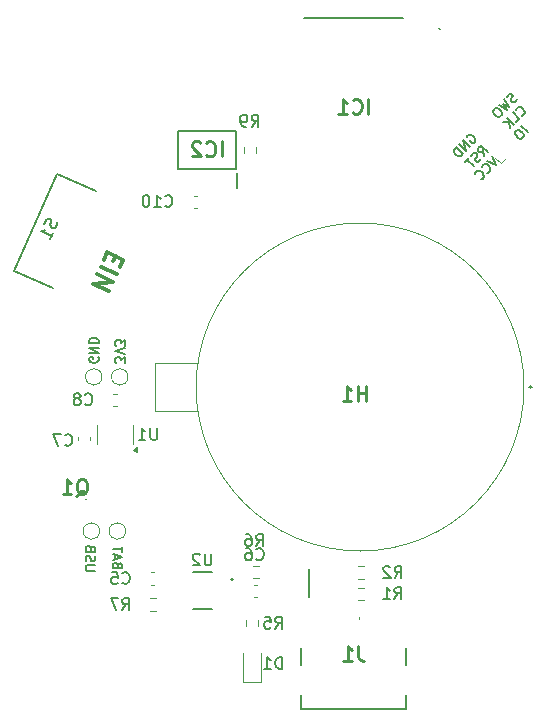
<source format=gbo>
%TF.GenerationSoftware,KiCad,Pcbnew,8.0.0*%
%TF.CreationDate,2024-03-28T16:54:28+01:00*%
%TF.ProjectId,BAT2024,42415432-3032-4342-9e6b-696361645f70,1.0*%
%TF.SameCoordinates,Original*%
%TF.FileFunction,Legend,Bot*%
%TF.FilePolarity,Positive*%
%FSLAX46Y46*%
G04 Gerber Fmt 4.6, Leading zero omitted, Abs format (unit mm)*
G04 Created by KiCad (PCBNEW 8.0.0) date 2024-03-28 16:54:28*
%MOMM*%
%LPD*%
G01*
G04 APERTURE LIST*
%ADD10C,0.300000*%
%ADD11C,0.200000*%
%ADD12C,0.254000*%
%ADD13C,0.150000*%
%ADD14C,0.120000*%
%ADD15C,0.100000*%
%ADD16C,0.127000*%
G04 APERTURE END LIST*
D10*
X94086263Y-48246788D02*
X93874954Y-48699942D01*
X93072294Y-48562093D02*
X93374164Y-47914730D01*
X93374164Y-47914730D02*
X94733625Y-48548658D01*
X94733625Y-48548658D02*
X94431755Y-49196021D01*
X92800610Y-49144720D02*
X94160072Y-49778647D01*
X92498740Y-49792083D02*
X93858202Y-50426010D01*
X93858202Y-50426010D02*
X92136496Y-50568918D01*
X92136496Y-50568918D02*
X93495957Y-51202845D01*
D11*
X92336304Y-74869101D02*
X91688685Y-74869101D01*
X91688685Y-74869101D02*
X91612495Y-74831006D01*
X91612495Y-74831006D02*
X91574400Y-74792911D01*
X91574400Y-74792911D02*
X91536304Y-74716720D01*
X91536304Y-74716720D02*
X91536304Y-74564339D01*
X91536304Y-74564339D02*
X91574400Y-74488149D01*
X91574400Y-74488149D02*
X91612495Y-74450054D01*
X91612495Y-74450054D02*
X91688685Y-74411958D01*
X91688685Y-74411958D02*
X92336304Y-74411958D01*
X91574400Y-74069102D02*
X91536304Y-73954816D01*
X91536304Y-73954816D02*
X91536304Y-73764340D01*
X91536304Y-73764340D02*
X91574400Y-73688149D01*
X91574400Y-73688149D02*
X91612495Y-73650054D01*
X91612495Y-73650054D02*
X91688685Y-73611959D01*
X91688685Y-73611959D02*
X91764876Y-73611959D01*
X91764876Y-73611959D02*
X91841066Y-73650054D01*
X91841066Y-73650054D02*
X91879161Y-73688149D01*
X91879161Y-73688149D02*
X91917257Y-73764340D01*
X91917257Y-73764340D02*
X91955352Y-73916721D01*
X91955352Y-73916721D02*
X91993447Y-73992911D01*
X91993447Y-73992911D02*
X92031542Y-74031006D01*
X92031542Y-74031006D02*
X92107733Y-74069102D01*
X92107733Y-74069102D02*
X92183923Y-74069102D01*
X92183923Y-74069102D02*
X92260114Y-74031006D01*
X92260114Y-74031006D02*
X92298209Y-73992911D01*
X92298209Y-73992911D02*
X92336304Y-73916721D01*
X92336304Y-73916721D02*
X92336304Y-73726244D01*
X92336304Y-73726244D02*
X92298209Y-73611959D01*
X91955352Y-73002435D02*
X91917257Y-72888149D01*
X91917257Y-72888149D02*
X91879161Y-72850054D01*
X91879161Y-72850054D02*
X91802971Y-72811958D01*
X91802971Y-72811958D02*
X91688685Y-72811958D01*
X91688685Y-72811958D02*
X91612495Y-72850054D01*
X91612495Y-72850054D02*
X91574400Y-72888149D01*
X91574400Y-72888149D02*
X91536304Y-72964339D01*
X91536304Y-72964339D02*
X91536304Y-73269101D01*
X91536304Y-73269101D02*
X92336304Y-73269101D01*
X92336304Y-73269101D02*
X92336304Y-73002435D01*
X92336304Y-73002435D02*
X92298209Y-72926244D01*
X92298209Y-72926244D02*
X92260114Y-72888149D01*
X92260114Y-72888149D02*
X92183923Y-72850054D01*
X92183923Y-72850054D02*
X92107733Y-72850054D01*
X92107733Y-72850054D02*
X92031542Y-72888149D01*
X92031542Y-72888149D02*
X91993447Y-72926244D01*
X91993447Y-72926244D02*
X91955352Y-73002435D01*
X91955352Y-73002435D02*
X91955352Y-73269101D01*
X94255352Y-74397673D02*
X94217257Y-74283387D01*
X94217257Y-74283387D02*
X94179161Y-74245292D01*
X94179161Y-74245292D02*
X94102971Y-74207196D01*
X94102971Y-74207196D02*
X93988685Y-74207196D01*
X93988685Y-74207196D02*
X93912495Y-74245292D01*
X93912495Y-74245292D02*
X93874400Y-74283387D01*
X93874400Y-74283387D02*
X93836304Y-74359577D01*
X93836304Y-74359577D02*
X93836304Y-74664339D01*
X93836304Y-74664339D02*
X94636304Y-74664339D01*
X94636304Y-74664339D02*
X94636304Y-74397673D01*
X94636304Y-74397673D02*
X94598209Y-74321482D01*
X94598209Y-74321482D02*
X94560114Y-74283387D01*
X94560114Y-74283387D02*
X94483923Y-74245292D01*
X94483923Y-74245292D02*
X94407733Y-74245292D01*
X94407733Y-74245292D02*
X94331542Y-74283387D01*
X94331542Y-74283387D02*
X94293447Y-74321482D01*
X94293447Y-74321482D02*
X94255352Y-74397673D01*
X94255352Y-74397673D02*
X94255352Y-74664339D01*
X94064876Y-73902435D02*
X94064876Y-73521482D01*
X93836304Y-73978625D02*
X94636304Y-73711958D01*
X94636304Y-73711958D02*
X93836304Y-73445292D01*
X94636304Y-73292911D02*
X94636304Y-72835768D01*
X93836304Y-73064340D02*
X94636304Y-73064340D01*
X94836304Y-57292316D02*
X94836304Y-56797078D01*
X94836304Y-56797078D02*
X94531542Y-57063744D01*
X94531542Y-57063744D02*
X94531542Y-56949459D01*
X94531542Y-56949459D02*
X94493447Y-56873268D01*
X94493447Y-56873268D02*
X94455352Y-56835173D01*
X94455352Y-56835173D02*
X94379161Y-56797078D01*
X94379161Y-56797078D02*
X94188685Y-56797078D01*
X94188685Y-56797078D02*
X94112495Y-56835173D01*
X94112495Y-56835173D02*
X94074400Y-56873268D01*
X94074400Y-56873268D02*
X94036304Y-56949459D01*
X94036304Y-56949459D02*
X94036304Y-57178030D01*
X94036304Y-57178030D02*
X94074400Y-57254221D01*
X94074400Y-57254221D02*
X94112495Y-57292316D01*
X94836304Y-56568506D02*
X94036304Y-56301839D01*
X94036304Y-56301839D02*
X94836304Y-56035173D01*
X94836304Y-55844697D02*
X94836304Y-55349459D01*
X94836304Y-55349459D02*
X94531542Y-55616125D01*
X94531542Y-55616125D02*
X94531542Y-55501840D01*
X94531542Y-55501840D02*
X94493447Y-55425649D01*
X94493447Y-55425649D02*
X94455352Y-55387554D01*
X94455352Y-55387554D02*
X94379161Y-55349459D01*
X94379161Y-55349459D02*
X94188685Y-55349459D01*
X94188685Y-55349459D02*
X94112495Y-55387554D01*
X94112495Y-55387554D02*
X94074400Y-55425649D01*
X94074400Y-55425649D02*
X94036304Y-55501840D01*
X94036304Y-55501840D02*
X94036304Y-55730411D01*
X94036304Y-55730411D02*
X94074400Y-55806602D01*
X94074400Y-55806602D02*
X94112495Y-55844697D01*
X92598209Y-56825649D02*
X92636304Y-56901839D01*
X92636304Y-56901839D02*
X92636304Y-57016125D01*
X92636304Y-57016125D02*
X92598209Y-57130411D01*
X92598209Y-57130411D02*
X92522019Y-57206601D01*
X92522019Y-57206601D02*
X92445828Y-57244696D01*
X92445828Y-57244696D02*
X92293447Y-57282792D01*
X92293447Y-57282792D02*
X92179161Y-57282792D01*
X92179161Y-57282792D02*
X92026780Y-57244696D01*
X92026780Y-57244696D02*
X91950590Y-57206601D01*
X91950590Y-57206601D02*
X91874400Y-57130411D01*
X91874400Y-57130411D02*
X91836304Y-57016125D01*
X91836304Y-57016125D02*
X91836304Y-56939934D01*
X91836304Y-56939934D02*
X91874400Y-56825649D01*
X91874400Y-56825649D02*
X91912495Y-56787553D01*
X91912495Y-56787553D02*
X92179161Y-56787553D01*
X92179161Y-56787553D02*
X92179161Y-56939934D01*
X91836304Y-56444696D02*
X92636304Y-56444696D01*
X92636304Y-56444696D02*
X91836304Y-55987553D01*
X91836304Y-55987553D02*
X92636304Y-55987553D01*
X91836304Y-55606601D02*
X92636304Y-55606601D01*
X92636304Y-55606601D02*
X92636304Y-55416125D01*
X92636304Y-55416125D02*
X92598209Y-55301839D01*
X92598209Y-55301839D02*
X92522019Y-55225649D01*
X92522019Y-55225649D02*
X92445828Y-55187554D01*
X92445828Y-55187554D02*
X92293447Y-55149458D01*
X92293447Y-55149458D02*
X92179161Y-55149458D01*
X92179161Y-55149458D02*
X92026780Y-55187554D01*
X92026780Y-55187554D02*
X91950590Y-55225649D01*
X91950590Y-55225649D02*
X91874400Y-55301839D01*
X91874400Y-55301839D02*
X91836304Y-55416125D01*
X91836304Y-55416125D02*
X91836304Y-55606601D01*
X128965111Y-37776200D02*
X128399425Y-37210515D01*
X128022302Y-37587638D02*
X127914552Y-37695388D01*
X127914552Y-37695388D02*
X127887615Y-37776200D01*
X127887615Y-37776200D02*
X127887615Y-37883950D01*
X127887615Y-37883950D02*
X127968427Y-38018637D01*
X127968427Y-38018637D02*
X128156989Y-38207198D01*
X128156989Y-38207198D02*
X128291676Y-38288011D01*
X128291676Y-38288011D02*
X128399426Y-38288011D01*
X128399426Y-38288011D02*
X128480238Y-38261073D01*
X128480238Y-38261073D02*
X128587987Y-38153324D01*
X128587987Y-38153324D02*
X128614925Y-38072511D01*
X128614925Y-38072511D02*
X128614925Y-37964762D01*
X128614925Y-37964762D02*
X128534113Y-37830075D01*
X128534113Y-37830075D02*
X128345551Y-37641513D01*
X128345551Y-37641513D02*
X128210864Y-37560701D01*
X128210864Y-37560701D02*
X128103114Y-37560701D01*
X128103114Y-37560701D02*
X128022302Y-37587638D01*
X125922616Y-39776979D02*
X126299739Y-40531227D01*
X126299739Y-40531227D02*
X125545492Y-40154103D01*
X125545492Y-41177724D02*
X125599367Y-41177724D01*
X125599367Y-41177724D02*
X125707117Y-41123849D01*
X125707117Y-41123849D02*
X125760992Y-41069974D01*
X125760992Y-41069974D02*
X125814866Y-40962225D01*
X125814866Y-40962225D02*
X125814866Y-40854475D01*
X125814866Y-40854475D02*
X125787929Y-40773663D01*
X125787929Y-40773663D02*
X125707117Y-40638976D01*
X125707117Y-40638976D02*
X125626305Y-40558164D01*
X125626305Y-40558164D02*
X125491618Y-40477352D01*
X125491618Y-40477352D02*
X125410805Y-40450414D01*
X125410805Y-40450414D02*
X125303056Y-40450414D01*
X125303056Y-40450414D02*
X125195306Y-40504289D01*
X125195306Y-40504289D02*
X125141431Y-40558164D01*
X125141431Y-40558164D02*
X125087557Y-40665913D01*
X125087557Y-40665913D02*
X125087557Y-40719788D01*
X124979807Y-41743409D02*
X125033682Y-41743409D01*
X125033682Y-41743409D02*
X125141431Y-41689535D01*
X125141431Y-41689535D02*
X125195306Y-41635660D01*
X125195306Y-41635660D02*
X125249181Y-41527910D01*
X125249181Y-41527910D02*
X125249181Y-41420161D01*
X125249181Y-41420161D02*
X125222244Y-41339348D01*
X125222244Y-41339348D02*
X125141431Y-41204661D01*
X125141431Y-41204661D02*
X125060619Y-41123849D01*
X125060619Y-41123849D02*
X124925932Y-41043037D01*
X124925932Y-41043037D02*
X124845120Y-41016100D01*
X124845120Y-41016100D02*
X124737370Y-41016100D01*
X124737370Y-41016100D02*
X124629621Y-41069974D01*
X124629621Y-41069974D02*
X124575746Y-41123849D01*
X124575746Y-41123849D02*
X124521871Y-41231599D01*
X124521871Y-41231599D02*
X124521871Y-41285474D01*
X123797861Y-38190973D02*
X123824799Y-38110160D01*
X123824799Y-38110160D02*
X123905611Y-38029348D01*
X123905611Y-38029348D02*
X124013360Y-37975473D01*
X124013360Y-37975473D02*
X124121110Y-37975473D01*
X124121110Y-37975473D02*
X124201922Y-38002411D01*
X124201922Y-38002411D02*
X124336609Y-38083223D01*
X124336609Y-38083223D02*
X124417421Y-38164035D01*
X124417421Y-38164035D02*
X124498234Y-38298722D01*
X124498234Y-38298722D02*
X124525171Y-38379534D01*
X124525171Y-38379534D02*
X124525171Y-38487284D01*
X124525171Y-38487284D02*
X124471296Y-38595034D01*
X124471296Y-38595034D02*
X124417421Y-38648908D01*
X124417421Y-38648908D02*
X124309672Y-38702783D01*
X124309672Y-38702783D02*
X124255797Y-38702783D01*
X124255797Y-38702783D02*
X124067235Y-38514221D01*
X124067235Y-38514221D02*
X124174985Y-38406472D01*
X124067235Y-38999095D02*
X123501550Y-38433409D01*
X123501550Y-38433409D02*
X123743986Y-39322344D01*
X123743986Y-39322344D02*
X123178301Y-38756658D01*
X123474613Y-39591717D02*
X122908927Y-39026032D01*
X122908927Y-39026032D02*
X122774240Y-39160719D01*
X122774240Y-39160719D02*
X122720365Y-39268469D01*
X122720365Y-39268469D02*
X122720365Y-39376218D01*
X122720365Y-39376218D02*
X122747303Y-39457030D01*
X122747303Y-39457030D02*
X122828115Y-39591717D01*
X122828115Y-39591717D02*
X122908927Y-39672530D01*
X122908927Y-39672530D02*
X123043614Y-39753342D01*
X123043614Y-39753342D02*
X123124426Y-39780279D01*
X123124426Y-39780279D02*
X123232176Y-39780279D01*
X123232176Y-39780279D02*
X123339926Y-39726404D01*
X123339926Y-39726404D02*
X123474613Y-39591717D01*
X128446566Y-36348517D02*
X128500441Y-36348517D01*
X128500441Y-36348517D02*
X128608191Y-36294642D01*
X128608191Y-36294642D02*
X128662065Y-36240768D01*
X128662065Y-36240768D02*
X128715940Y-36133018D01*
X128715940Y-36133018D02*
X128715940Y-36025268D01*
X128715940Y-36025268D02*
X128689003Y-35944456D01*
X128689003Y-35944456D02*
X128608191Y-35809769D01*
X128608191Y-35809769D02*
X128527378Y-35728957D01*
X128527378Y-35728957D02*
X128392691Y-35648145D01*
X128392691Y-35648145D02*
X128311879Y-35621207D01*
X128311879Y-35621207D02*
X128204130Y-35621207D01*
X128204130Y-35621207D02*
X128096380Y-35675082D01*
X128096380Y-35675082D02*
X128042505Y-35728957D01*
X128042505Y-35728957D02*
X127988630Y-35836707D01*
X127988630Y-35836707D02*
X127988630Y-35890581D01*
X127988630Y-36914203D02*
X128258004Y-36644829D01*
X128258004Y-36644829D02*
X127692319Y-36079143D01*
X127800069Y-37102764D02*
X127234383Y-36537079D01*
X127476820Y-37426013D02*
X127396008Y-36860328D01*
X126911134Y-36860328D02*
X127557632Y-36860328D01*
X128045873Y-34964608D02*
X127991998Y-35072358D01*
X127991998Y-35072358D02*
X127857311Y-35207045D01*
X127857311Y-35207045D02*
X127776499Y-35233982D01*
X127776499Y-35233982D02*
X127722624Y-35233982D01*
X127722624Y-35233982D02*
X127641812Y-35207045D01*
X127641812Y-35207045D02*
X127587937Y-35153170D01*
X127587937Y-35153170D02*
X127561000Y-35072358D01*
X127561000Y-35072358D02*
X127561000Y-35018483D01*
X127561000Y-35018483D02*
X127587937Y-34937671D01*
X127587937Y-34937671D02*
X127668749Y-34802984D01*
X127668749Y-34802984D02*
X127695687Y-34722172D01*
X127695687Y-34722172D02*
X127695687Y-34668297D01*
X127695687Y-34668297D02*
X127668749Y-34587485D01*
X127668749Y-34587485D02*
X127614874Y-34533610D01*
X127614874Y-34533610D02*
X127534062Y-34506673D01*
X127534062Y-34506673D02*
X127480187Y-34506673D01*
X127480187Y-34506673D02*
X127399375Y-34533610D01*
X127399375Y-34533610D02*
X127264688Y-34668297D01*
X127264688Y-34668297D02*
X127210813Y-34776047D01*
X126995314Y-34937671D02*
X127426312Y-35638044D01*
X127426312Y-35638044D02*
X126914502Y-35341732D01*
X126914502Y-35341732D02*
X127210813Y-35853543D01*
X127210813Y-35853543D02*
X126510441Y-35422544D01*
X126187192Y-35745793D02*
X126079442Y-35853543D01*
X126079442Y-35853543D02*
X126052505Y-35934355D01*
X126052505Y-35934355D02*
X126052505Y-36042105D01*
X126052505Y-36042105D02*
X126133317Y-36176792D01*
X126133317Y-36176792D02*
X126321879Y-36365354D01*
X126321879Y-36365354D02*
X126456566Y-36446166D01*
X126456566Y-36446166D02*
X126564315Y-36446166D01*
X126564315Y-36446166D02*
X126645128Y-36419228D01*
X126645128Y-36419228D02*
X126752877Y-36311479D01*
X126752877Y-36311479D02*
X126779815Y-36230667D01*
X126779815Y-36230667D02*
X126779815Y-36122917D01*
X126779815Y-36122917D02*
X126699002Y-35988230D01*
X126699002Y-35988230D02*
X126510441Y-35799668D01*
X126510441Y-35799668D02*
X126375754Y-35718856D01*
X126375754Y-35718856D02*
X126268004Y-35718856D01*
X126268004Y-35718856D02*
X126187192Y-35745793D01*
X125252482Y-39793747D02*
X125171669Y-39335812D01*
X125575730Y-39470499D02*
X125010045Y-38904813D01*
X125010045Y-38904813D02*
X124794546Y-39120312D01*
X124794546Y-39120312D02*
X124767608Y-39201125D01*
X124767608Y-39201125D02*
X124767608Y-39254999D01*
X124767608Y-39254999D02*
X124794546Y-39335812D01*
X124794546Y-39335812D02*
X124875358Y-39416624D01*
X124875358Y-39416624D02*
X124956170Y-39443561D01*
X124956170Y-39443561D02*
X125010045Y-39443561D01*
X125010045Y-39443561D02*
X125090857Y-39416624D01*
X125090857Y-39416624D02*
X125306356Y-39201125D01*
X125010045Y-39982309D02*
X124956170Y-40090059D01*
X124956170Y-40090059D02*
X124821483Y-40224746D01*
X124821483Y-40224746D02*
X124740671Y-40251683D01*
X124740671Y-40251683D02*
X124686796Y-40251683D01*
X124686796Y-40251683D02*
X124605984Y-40224746D01*
X124605984Y-40224746D02*
X124552109Y-40170871D01*
X124552109Y-40170871D02*
X124525172Y-40090059D01*
X124525172Y-40090059D02*
X124525172Y-40036184D01*
X124525172Y-40036184D02*
X124552109Y-39955372D01*
X124552109Y-39955372D02*
X124632921Y-39820685D01*
X124632921Y-39820685D02*
X124659859Y-39739873D01*
X124659859Y-39739873D02*
X124659859Y-39685998D01*
X124659859Y-39685998D02*
X124632921Y-39605186D01*
X124632921Y-39605186D02*
X124579046Y-39551311D01*
X124579046Y-39551311D02*
X124498234Y-39524373D01*
X124498234Y-39524373D02*
X124444359Y-39524373D01*
X124444359Y-39524373D02*
X124363547Y-39551311D01*
X124363547Y-39551311D02*
X124228860Y-39685998D01*
X124228860Y-39685998D02*
X124174985Y-39793747D01*
X123986423Y-39928435D02*
X123663175Y-40251683D01*
X124390485Y-40655744D02*
X123824799Y-40090059D01*
D12*
X90748952Y-68523270D02*
X90869904Y-68462794D01*
X90869904Y-68462794D02*
X90990857Y-68341842D01*
X90990857Y-68341842D02*
X91172285Y-68160413D01*
X91172285Y-68160413D02*
X91293238Y-68099937D01*
X91293238Y-68099937D02*
X91414190Y-68099937D01*
X91353714Y-68402318D02*
X91474666Y-68341842D01*
X91474666Y-68341842D02*
X91595619Y-68220889D01*
X91595619Y-68220889D02*
X91656095Y-67978984D01*
X91656095Y-67978984D02*
X91656095Y-67555651D01*
X91656095Y-67555651D02*
X91595619Y-67313746D01*
X91595619Y-67313746D02*
X91474666Y-67192794D01*
X91474666Y-67192794D02*
X91353714Y-67132318D01*
X91353714Y-67132318D02*
X91111809Y-67132318D01*
X91111809Y-67132318D02*
X90990857Y-67192794D01*
X90990857Y-67192794D02*
X90869904Y-67313746D01*
X90869904Y-67313746D02*
X90809428Y-67555651D01*
X90809428Y-67555651D02*
X90809428Y-67978984D01*
X90809428Y-67978984D02*
X90869904Y-68220889D01*
X90869904Y-68220889D02*
X90990857Y-68341842D01*
X90990857Y-68341842D02*
X91111809Y-68402318D01*
X91111809Y-68402318D02*
X91353714Y-68402318D01*
X89599904Y-68402318D02*
X90325619Y-68402318D01*
X89962762Y-68402318D02*
X89962762Y-67132318D01*
X89962762Y-67132318D02*
X90083714Y-67313746D01*
X90083714Y-67313746D02*
X90204666Y-67434699D01*
X90204666Y-67434699D02*
X90325619Y-67495175D01*
D13*
X117694666Y-75482819D02*
X118027999Y-75006628D01*
X118266094Y-75482819D02*
X118266094Y-74482819D01*
X118266094Y-74482819D02*
X117885142Y-74482819D01*
X117885142Y-74482819D02*
X117789904Y-74530438D01*
X117789904Y-74530438D02*
X117742285Y-74578057D01*
X117742285Y-74578057D02*
X117694666Y-74673295D01*
X117694666Y-74673295D02*
X117694666Y-74816152D01*
X117694666Y-74816152D02*
X117742285Y-74911390D01*
X117742285Y-74911390D02*
X117789904Y-74959009D01*
X117789904Y-74959009D02*
X117885142Y-75006628D01*
X117885142Y-75006628D02*
X118266094Y-75006628D01*
X117313713Y-74578057D02*
X117266094Y-74530438D01*
X117266094Y-74530438D02*
X117170856Y-74482819D01*
X117170856Y-74482819D02*
X116932761Y-74482819D01*
X116932761Y-74482819D02*
X116837523Y-74530438D01*
X116837523Y-74530438D02*
X116789904Y-74578057D01*
X116789904Y-74578057D02*
X116742285Y-74673295D01*
X116742285Y-74673295D02*
X116742285Y-74768533D01*
X116742285Y-74768533D02*
X116789904Y-74911390D01*
X116789904Y-74911390D02*
X117361332Y-75482819D01*
X117361332Y-75482819D02*
X116742285Y-75482819D01*
X117682166Y-77282819D02*
X118015499Y-76806628D01*
X118253594Y-77282819D02*
X118253594Y-76282819D01*
X118253594Y-76282819D02*
X117872642Y-76282819D01*
X117872642Y-76282819D02*
X117777404Y-76330438D01*
X117777404Y-76330438D02*
X117729785Y-76378057D01*
X117729785Y-76378057D02*
X117682166Y-76473295D01*
X117682166Y-76473295D02*
X117682166Y-76616152D01*
X117682166Y-76616152D02*
X117729785Y-76711390D01*
X117729785Y-76711390D02*
X117777404Y-76759009D01*
X117777404Y-76759009D02*
X117872642Y-76806628D01*
X117872642Y-76806628D02*
X118253594Y-76806628D01*
X116729785Y-77282819D02*
X117301213Y-77282819D01*
X117015499Y-77282819D02*
X117015499Y-76282819D01*
X117015499Y-76282819D02*
X117110737Y-76425676D01*
X117110737Y-76425676D02*
X117205975Y-76520914D01*
X117205975Y-76520914D02*
X117301213Y-76568533D01*
D12*
X114631332Y-81232318D02*
X114631332Y-82139461D01*
X114631332Y-82139461D02*
X114691809Y-82320889D01*
X114691809Y-82320889D02*
X114812761Y-82441842D01*
X114812761Y-82441842D02*
X114994190Y-82502318D01*
X114994190Y-82502318D02*
X115115142Y-82502318D01*
X113361332Y-82502318D02*
X114087047Y-82502318D01*
X113724190Y-82502318D02*
X113724190Y-81232318D01*
X113724190Y-81232318D02*
X113845142Y-81413746D01*
X113845142Y-81413746D02*
X113966094Y-81534699D01*
X113966094Y-81534699D02*
X114087047Y-81595175D01*
D13*
X97589904Y-62782819D02*
X97589904Y-63592342D01*
X97589904Y-63592342D02*
X97542285Y-63687580D01*
X97542285Y-63687580D02*
X97494666Y-63735200D01*
X97494666Y-63735200D02*
X97399428Y-63782819D01*
X97399428Y-63782819D02*
X97208952Y-63782819D01*
X97208952Y-63782819D02*
X97113714Y-63735200D01*
X97113714Y-63735200D02*
X97066095Y-63687580D01*
X97066095Y-63687580D02*
X97018476Y-63592342D01*
X97018476Y-63592342D02*
X97018476Y-62782819D01*
X96018476Y-63782819D02*
X96589904Y-63782819D01*
X96304190Y-63782819D02*
X96304190Y-62782819D01*
X96304190Y-62782819D02*
X96399428Y-62925676D01*
X96399428Y-62925676D02*
X96494666Y-63020914D01*
X96494666Y-63020914D02*
X96589904Y-63068533D01*
X91494666Y-60775080D02*
X91542285Y-60822700D01*
X91542285Y-60822700D02*
X91685142Y-60870319D01*
X91685142Y-60870319D02*
X91780380Y-60870319D01*
X91780380Y-60870319D02*
X91923237Y-60822700D01*
X91923237Y-60822700D02*
X92018475Y-60727461D01*
X92018475Y-60727461D02*
X92066094Y-60632223D01*
X92066094Y-60632223D02*
X92113713Y-60441747D01*
X92113713Y-60441747D02*
X92113713Y-60298890D01*
X92113713Y-60298890D02*
X92066094Y-60108414D01*
X92066094Y-60108414D02*
X92018475Y-60013176D01*
X92018475Y-60013176D02*
X91923237Y-59917938D01*
X91923237Y-59917938D02*
X91780380Y-59870319D01*
X91780380Y-59870319D02*
X91685142Y-59870319D01*
X91685142Y-59870319D02*
X91542285Y-59917938D01*
X91542285Y-59917938D02*
X91494666Y-59965557D01*
X90923237Y-60298890D02*
X91018475Y-60251271D01*
X91018475Y-60251271D02*
X91066094Y-60203652D01*
X91066094Y-60203652D02*
X91113713Y-60108414D01*
X91113713Y-60108414D02*
X91113713Y-60060795D01*
X91113713Y-60060795D02*
X91066094Y-59965557D01*
X91066094Y-59965557D02*
X91018475Y-59917938D01*
X91018475Y-59917938D02*
X90923237Y-59870319D01*
X90923237Y-59870319D02*
X90732761Y-59870319D01*
X90732761Y-59870319D02*
X90637523Y-59917938D01*
X90637523Y-59917938D02*
X90589904Y-59965557D01*
X90589904Y-59965557D02*
X90542285Y-60060795D01*
X90542285Y-60060795D02*
X90542285Y-60108414D01*
X90542285Y-60108414D02*
X90589904Y-60203652D01*
X90589904Y-60203652D02*
X90637523Y-60251271D01*
X90637523Y-60251271D02*
X90732761Y-60298890D01*
X90732761Y-60298890D02*
X90923237Y-60298890D01*
X90923237Y-60298890D02*
X91018475Y-60346509D01*
X91018475Y-60346509D02*
X91066094Y-60394128D01*
X91066094Y-60394128D02*
X91113713Y-60489366D01*
X91113713Y-60489366D02*
X91113713Y-60679842D01*
X91113713Y-60679842D02*
X91066094Y-60775080D01*
X91066094Y-60775080D02*
X91018475Y-60822700D01*
X91018475Y-60822700D02*
X90923237Y-60870319D01*
X90923237Y-60870319D02*
X90732761Y-60870319D01*
X90732761Y-60870319D02*
X90637523Y-60822700D01*
X90637523Y-60822700D02*
X90589904Y-60775080D01*
X90589904Y-60775080D02*
X90542285Y-60679842D01*
X90542285Y-60679842D02*
X90542285Y-60489366D01*
X90542285Y-60489366D02*
X90589904Y-60394128D01*
X90589904Y-60394128D02*
X90637523Y-60346509D01*
X90637523Y-60346509D02*
X90732761Y-60298890D01*
X98270857Y-43987580D02*
X98318476Y-44035200D01*
X98318476Y-44035200D02*
X98461333Y-44082819D01*
X98461333Y-44082819D02*
X98556571Y-44082819D01*
X98556571Y-44082819D02*
X98699428Y-44035200D01*
X98699428Y-44035200D02*
X98794666Y-43939961D01*
X98794666Y-43939961D02*
X98842285Y-43844723D01*
X98842285Y-43844723D02*
X98889904Y-43654247D01*
X98889904Y-43654247D02*
X98889904Y-43511390D01*
X98889904Y-43511390D02*
X98842285Y-43320914D01*
X98842285Y-43320914D02*
X98794666Y-43225676D01*
X98794666Y-43225676D02*
X98699428Y-43130438D01*
X98699428Y-43130438D02*
X98556571Y-43082819D01*
X98556571Y-43082819D02*
X98461333Y-43082819D01*
X98461333Y-43082819D02*
X98318476Y-43130438D01*
X98318476Y-43130438D02*
X98270857Y-43178057D01*
X97318476Y-44082819D02*
X97889904Y-44082819D01*
X97604190Y-44082819D02*
X97604190Y-43082819D01*
X97604190Y-43082819D02*
X97699428Y-43225676D01*
X97699428Y-43225676D02*
X97794666Y-43320914D01*
X97794666Y-43320914D02*
X97889904Y-43368533D01*
X96699428Y-43082819D02*
X96604190Y-43082819D01*
X96604190Y-43082819D02*
X96508952Y-43130438D01*
X96508952Y-43130438D02*
X96461333Y-43178057D01*
X96461333Y-43178057D02*
X96413714Y-43273295D01*
X96413714Y-43273295D02*
X96366095Y-43463771D01*
X96366095Y-43463771D02*
X96366095Y-43701866D01*
X96366095Y-43701866D02*
X96413714Y-43892342D01*
X96413714Y-43892342D02*
X96461333Y-43987580D01*
X96461333Y-43987580D02*
X96508952Y-44035200D01*
X96508952Y-44035200D02*
X96604190Y-44082819D01*
X96604190Y-44082819D02*
X96699428Y-44082819D01*
X96699428Y-44082819D02*
X96794666Y-44035200D01*
X96794666Y-44035200D02*
X96842285Y-43987580D01*
X96842285Y-43987580D02*
X96889904Y-43892342D01*
X96889904Y-43892342D02*
X96937523Y-43701866D01*
X96937523Y-43701866D02*
X96937523Y-43463771D01*
X96937523Y-43463771D02*
X96889904Y-43273295D01*
X96889904Y-43273295D02*
X96842285Y-43178057D01*
X96842285Y-43178057D02*
X96794666Y-43130438D01*
X96794666Y-43130438D02*
X96699428Y-43082819D01*
X89794666Y-64225080D02*
X89842285Y-64272700D01*
X89842285Y-64272700D02*
X89985142Y-64320319D01*
X89985142Y-64320319D02*
X90080380Y-64320319D01*
X90080380Y-64320319D02*
X90223237Y-64272700D01*
X90223237Y-64272700D02*
X90318475Y-64177461D01*
X90318475Y-64177461D02*
X90366094Y-64082223D01*
X90366094Y-64082223D02*
X90413713Y-63891747D01*
X90413713Y-63891747D02*
X90413713Y-63748890D01*
X90413713Y-63748890D02*
X90366094Y-63558414D01*
X90366094Y-63558414D02*
X90318475Y-63463176D01*
X90318475Y-63463176D02*
X90223237Y-63367938D01*
X90223237Y-63367938D02*
X90080380Y-63320319D01*
X90080380Y-63320319D02*
X89985142Y-63320319D01*
X89985142Y-63320319D02*
X89842285Y-63367938D01*
X89842285Y-63367938D02*
X89794666Y-63415557D01*
X89461332Y-63320319D02*
X88794666Y-63320319D01*
X88794666Y-63320319D02*
X89223237Y-64320319D01*
X108166094Y-83182819D02*
X108166094Y-82182819D01*
X108166094Y-82182819D02*
X107927999Y-82182819D01*
X107927999Y-82182819D02*
X107785142Y-82230438D01*
X107785142Y-82230438D02*
X107689904Y-82325676D01*
X107689904Y-82325676D02*
X107642285Y-82420914D01*
X107642285Y-82420914D02*
X107594666Y-82611390D01*
X107594666Y-82611390D02*
X107594666Y-82754247D01*
X107594666Y-82754247D02*
X107642285Y-82944723D01*
X107642285Y-82944723D02*
X107689904Y-83039961D01*
X107689904Y-83039961D02*
X107785142Y-83135200D01*
X107785142Y-83135200D02*
X107927999Y-83182819D01*
X107927999Y-83182819D02*
X108166094Y-83182819D01*
X106642285Y-83182819D02*
X107213713Y-83182819D01*
X106927999Y-83182819D02*
X106927999Y-82182819D01*
X106927999Y-82182819D02*
X107023237Y-82325676D01*
X107023237Y-82325676D02*
X107118475Y-82420914D01*
X107118475Y-82420914D02*
X107213713Y-82468533D01*
D12*
X115300619Y-60502318D02*
X115300619Y-59232318D01*
X115300619Y-59837080D02*
X114574904Y-59837080D01*
X114574904Y-60502318D02*
X114574904Y-59232318D01*
X113304904Y-60502318D02*
X114030619Y-60502318D01*
X113667762Y-60502318D02*
X113667762Y-59232318D01*
X113667762Y-59232318D02*
X113788714Y-59413746D01*
X113788714Y-59413746D02*
X113909666Y-59534699D01*
X113909666Y-59534699D02*
X114030619Y-59595175D01*
D13*
X105994666Y-72782819D02*
X106327999Y-72306628D01*
X106566094Y-72782819D02*
X106566094Y-71782819D01*
X106566094Y-71782819D02*
X106185142Y-71782819D01*
X106185142Y-71782819D02*
X106089904Y-71830438D01*
X106089904Y-71830438D02*
X106042285Y-71878057D01*
X106042285Y-71878057D02*
X105994666Y-71973295D01*
X105994666Y-71973295D02*
X105994666Y-72116152D01*
X105994666Y-72116152D02*
X106042285Y-72211390D01*
X106042285Y-72211390D02*
X106089904Y-72259009D01*
X106089904Y-72259009D02*
X106185142Y-72306628D01*
X106185142Y-72306628D02*
X106566094Y-72306628D01*
X105137523Y-71782819D02*
X105327999Y-71782819D01*
X105327999Y-71782819D02*
X105423237Y-71830438D01*
X105423237Y-71830438D02*
X105470856Y-71878057D01*
X105470856Y-71878057D02*
X105566094Y-72020914D01*
X105566094Y-72020914D02*
X105613713Y-72211390D01*
X105613713Y-72211390D02*
X105613713Y-72592342D01*
X105613713Y-72592342D02*
X105566094Y-72687580D01*
X105566094Y-72687580D02*
X105518475Y-72735200D01*
X105518475Y-72735200D02*
X105423237Y-72782819D01*
X105423237Y-72782819D02*
X105232761Y-72782819D01*
X105232761Y-72782819D02*
X105137523Y-72735200D01*
X105137523Y-72735200D02*
X105089904Y-72687580D01*
X105089904Y-72687580D02*
X105042285Y-72592342D01*
X105042285Y-72592342D02*
X105042285Y-72354247D01*
X105042285Y-72354247D02*
X105089904Y-72259009D01*
X105089904Y-72259009D02*
X105137523Y-72211390D01*
X105137523Y-72211390D02*
X105232761Y-72163771D01*
X105232761Y-72163771D02*
X105423237Y-72163771D01*
X105423237Y-72163771D02*
X105518475Y-72211390D01*
X105518475Y-72211390D02*
X105566094Y-72259009D01*
X105566094Y-72259009D02*
X105613713Y-72354247D01*
D12*
X115467762Y-36202318D02*
X115467762Y-34932318D01*
X114137285Y-36081365D02*
X114197761Y-36141842D01*
X114197761Y-36141842D02*
X114379190Y-36202318D01*
X114379190Y-36202318D02*
X114500142Y-36202318D01*
X114500142Y-36202318D02*
X114681571Y-36141842D01*
X114681571Y-36141842D02*
X114802523Y-36020889D01*
X114802523Y-36020889D02*
X114863000Y-35899937D01*
X114863000Y-35899937D02*
X114923476Y-35658032D01*
X114923476Y-35658032D02*
X114923476Y-35476603D01*
X114923476Y-35476603D02*
X114863000Y-35234699D01*
X114863000Y-35234699D02*
X114802523Y-35113746D01*
X114802523Y-35113746D02*
X114681571Y-34992794D01*
X114681571Y-34992794D02*
X114500142Y-34932318D01*
X114500142Y-34932318D02*
X114379190Y-34932318D01*
X114379190Y-34932318D02*
X114197761Y-34992794D01*
X114197761Y-34992794D02*
X114137285Y-35053270D01*
X112927761Y-36202318D02*
X113653476Y-36202318D01*
X113290619Y-36202318D02*
X113290619Y-34932318D01*
X113290619Y-34932318D02*
X113411571Y-35113746D01*
X113411571Y-35113746D02*
X113532523Y-35234699D01*
X113532523Y-35234699D02*
X113653476Y-35295175D01*
D13*
X94649666Y-78195319D02*
X94982999Y-77719128D01*
X95221094Y-78195319D02*
X95221094Y-77195319D01*
X95221094Y-77195319D02*
X94840142Y-77195319D01*
X94840142Y-77195319D02*
X94744904Y-77242938D01*
X94744904Y-77242938D02*
X94697285Y-77290557D01*
X94697285Y-77290557D02*
X94649666Y-77385795D01*
X94649666Y-77385795D02*
X94649666Y-77528652D01*
X94649666Y-77528652D02*
X94697285Y-77623890D01*
X94697285Y-77623890D02*
X94744904Y-77671509D01*
X94744904Y-77671509D02*
X94840142Y-77719128D01*
X94840142Y-77719128D02*
X95221094Y-77719128D01*
X94316332Y-77195319D02*
X93649666Y-77195319D01*
X93649666Y-77195319D02*
X94078237Y-78195319D01*
X105994666Y-73887580D02*
X106042285Y-73935200D01*
X106042285Y-73935200D02*
X106185142Y-73982819D01*
X106185142Y-73982819D02*
X106280380Y-73982819D01*
X106280380Y-73982819D02*
X106423237Y-73935200D01*
X106423237Y-73935200D02*
X106518475Y-73839961D01*
X106518475Y-73839961D02*
X106566094Y-73744723D01*
X106566094Y-73744723D02*
X106613713Y-73554247D01*
X106613713Y-73554247D02*
X106613713Y-73411390D01*
X106613713Y-73411390D02*
X106566094Y-73220914D01*
X106566094Y-73220914D02*
X106518475Y-73125676D01*
X106518475Y-73125676D02*
X106423237Y-73030438D01*
X106423237Y-73030438D02*
X106280380Y-72982819D01*
X106280380Y-72982819D02*
X106185142Y-72982819D01*
X106185142Y-72982819D02*
X106042285Y-73030438D01*
X106042285Y-73030438D02*
X105994666Y-73078057D01*
X105137523Y-72982819D02*
X105327999Y-72982819D01*
X105327999Y-72982819D02*
X105423237Y-73030438D01*
X105423237Y-73030438D02*
X105470856Y-73078057D01*
X105470856Y-73078057D02*
X105566094Y-73220914D01*
X105566094Y-73220914D02*
X105613713Y-73411390D01*
X105613713Y-73411390D02*
X105613713Y-73792342D01*
X105613713Y-73792342D02*
X105566094Y-73887580D01*
X105566094Y-73887580D02*
X105518475Y-73935200D01*
X105518475Y-73935200D02*
X105423237Y-73982819D01*
X105423237Y-73982819D02*
X105232761Y-73982819D01*
X105232761Y-73982819D02*
X105137523Y-73935200D01*
X105137523Y-73935200D02*
X105089904Y-73887580D01*
X105089904Y-73887580D02*
X105042285Y-73792342D01*
X105042285Y-73792342D02*
X105042285Y-73554247D01*
X105042285Y-73554247D02*
X105089904Y-73459009D01*
X105089904Y-73459009D02*
X105137523Y-73411390D01*
X105137523Y-73411390D02*
X105232761Y-73363771D01*
X105232761Y-73363771D02*
X105423237Y-73363771D01*
X105423237Y-73363771D02*
X105518475Y-73411390D01*
X105518475Y-73411390D02*
X105566094Y-73459009D01*
X105566094Y-73459009D02*
X105613713Y-73554247D01*
X105594665Y-37282818D02*
X105927998Y-36806627D01*
X106166093Y-37282818D02*
X106166093Y-36282818D01*
X106166093Y-36282818D02*
X105785141Y-36282818D01*
X105785141Y-36282818D02*
X105689903Y-36330437D01*
X105689903Y-36330437D02*
X105642284Y-36378056D01*
X105642284Y-36378056D02*
X105594665Y-36473294D01*
X105594665Y-36473294D02*
X105594665Y-36616151D01*
X105594665Y-36616151D02*
X105642284Y-36711389D01*
X105642284Y-36711389D02*
X105689903Y-36759008D01*
X105689903Y-36759008D02*
X105785141Y-36806627D01*
X105785141Y-36806627D02*
X106166093Y-36806627D01*
X105118474Y-37282818D02*
X104927998Y-37282818D01*
X104927998Y-37282818D02*
X104832760Y-37235199D01*
X104832760Y-37235199D02*
X104785141Y-37187579D01*
X104785141Y-37187579D02*
X104689903Y-37044722D01*
X104689903Y-37044722D02*
X104642284Y-36854246D01*
X104642284Y-36854246D02*
X104642284Y-36473294D01*
X104642284Y-36473294D02*
X104689903Y-36378056D01*
X104689903Y-36378056D02*
X104737522Y-36330437D01*
X104737522Y-36330437D02*
X104832760Y-36282818D01*
X104832760Y-36282818D02*
X105023236Y-36282818D01*
X105023236Y-36282818D02*
X105118474Y-36330437D01*
X105118474Y-36330437D02*
X105166093Y-36378056D01*
X105166093Y-36378056D02*
X105213712Y-36473294D01*
X105213712Y-36473294D02*
X105213712Y-36711389D01*
X105213712Y-36711389D02*
X105166093Y-36806627D01*
X105166093Y-36806627D02*
X105118474Y-36854246D01*
X105118474Y-36854246D02*
X105023236Y-36901865D01*
X105023236Y-36901865D02*
X104832760Y-36901865D01*
X104832760Y-36901865D02*
X104737522Y-36854246D01*
X104737522Y-36854246D02*
X104689903Y-36806627D01*
X104689903Y-36806627D02*
X104642284Y-36711389D01*
X102189904Y-73432819D02*
X102189904Y-74242342D01*
X102189904Y-74242342D02*
X102142285Y-74337580D01*
X102142285Y-74337580D02*
X102094666Y-74385200D01*
X102094666Y-74385200D02*
X101999428Y-74432819D01*
X101999428Y-74432819D02*
X101808952Y-74432819D01*
X101808952Y-74432819D02*
X101713714Y-74385200D01*
X101713714Y-74385200D02*
X101666095Y-74337580D01*
X101666095Y-74337580D02*
X101618476Y-74242342D01*
X101618476Y-74242342D02*
X101618476Y-73432819D01*
X101189904Y-73528057D02*
X101142285Y-73480438D01*
X101142285Y-73480438D02*
X101047047Y-73432819D01*
X101047047Y-73432819D02*
X100808952Y-73432819D01*
X100808952Y-73432819D02*
X100713714Y-73480438D01*
X100713714Y-73480438D02*
X100666095Y-73528057D01*
X100666095Y-73528057D02*
X100618476Y-73623295D01*
X100618476Y-73623295D02*
X100618476Y-73718533D01*
X100618476Y-73718533D02*
X100666095Y-73861390D01*
X100666095Y-73861390D02*
X101237523Y-74432819D01*
X101237523Y-74432819D02*
X100618476Y-74432819D01*
X89110394Y-45397202D02*
X89095781Y-45547187D01*
X89095781Y-45547187D02*
X88998868Y-45764857D01*
X88998868Y-45764857D02*
X88916568Y-45832542D01*
X88916568Y-45832542D02*
X88853652Y-45856694D01*
X88853652Y-45856694D02*
X88747201Y-45861463D01*
X88747201Y-45861463D02*
X88660133Y-45822697D01*
X88660133Y-45822697D02*
X88592448Y-45740398D01*
X88592448Y-45740398D02*
X88568296Y-45677482D01*
X88568296Y-45677482D02*
X88563528Y-45571031D01*
X88563528Y-45571031D02*
X88597524Y-45377512D01*
X88597524Y-45377512D02*
X88592755Y-45271062D01*
X88592755Y-45271062D02*
X88568604Y-45208145D01*
X88568604Y-45208145D02*
X88500918Y-45125846D01*
X88500918Y-45125846D02*
X88413850Y-45087081D01*
X88413850Y-45087081D02*
X88307400Y-45091850D01*
X88307400Y-45091850D02*
X88244483Y-45116001D01*
X88244483Y-45116001D02*
X88162184Y-45183687D01*
X88162184Y-45183687D02*
X88065271Y-45401357D01*
X88065271Y-45401357D02*
X88050657Y-45551341D01*
X88533686Y-46809673D02*
X88766277Y-46287265D01*
X88649981Y-46548469D02*
X87735767Y-46141435D01*
X87735767Y-46141435D02*
X87905134Y-46112514D01*
X87905134Y-46112514D02*
X88030967Y-46064212D01*
X88030967Y-46064212D02*
X88113266Y-45996526D01*
X107594666Y-79782819D02*
X107927999Y-79306628D01*
X108166094Y-79782819D02*
X108166094Y-78782819D01*
X108166094Y-78782819D02*
X107785142Y-78782819D01*
X107785142Y-78782819D02*
X107689904Y-78830438D01*
X107689904Y-78830438D02*
X107642285Y-78878057D01*
X107642285Y-78878057D02*
X107594666Y-78973295D01*
X107594666Y-78973295D02*
X107594666Y-79116152D01*
X107594666Y-79116152D02*
X107642285Y-79211390D01*
X107642285Y-79211390D02*
X107689904Y-79259009D01*
X107689904Y-79259009D02*
X107785142Y-79306628D01*
X107785142Y-79306628D02*
X108166094Y-79306628D01*
X106689904Y-78782819D02*
X107166094Y-78782819D01*
X107166094Y-78782819D02*
X107213713Y-79259009D01*
X107213713Y-79259009D02*
X107166094Y-79211390D01*
X107166094Y-79211390D02*
X107070856Y-79163771D01*
X107070856Y-79163771D02*
X106832761Y-79163771D01*
X106832761Y-79163771D02*
X106737523Y-79211390D01*
X106737523Y-79211390D02*
X106689904Y-79259009D01*
X106689904Y-79259009D02*
X106642285Y-79354247D01*
X106642285Y-79354247D02*
X106642285Y-79592342D01*
X106642285Y-79592342D02*
X106689904Y-79687580D01*
X106689904Y-79687580D02*
X106737523Y-79735200D01*
X106737523Y-79735200D02*
X106832761Y-79782819D01*
X106832761Y-79782819D02*
X107070856Y-79782819D01*
X107070856Y-79782819D02*
X107166094Y-79735200D01*
X107166094Y-79735200D02*
X107213713Y-79687580D01*
D12*
X103067762Y-39802318D02*
X103067762Y-38532318D01*
X101737285Y-39681365D02*
X101797761Y-39741842D01*
X101797761Y-39741842D02*
X101979190Y-39802318D01*
X101979190Y-39802318D02*
X102100142Y-39802318D01*
X102100142Y-39802318D02*
X102281571Y-39741842D01*
X102281571Y-39741842D02*
X102402523Y-39620889D01*
X102402523Y-39620889D02*
X102463000Y-39499937D01*
X102463000Y-39499937D02*
X102523476Y-39258032D01*
X102523476Y-39258032D02*
X102523476Y-39076603D01*
X102523476Y-39076603D02*
X102463000Y-38834699D01*
X102463000Y-38834699D02*
X102402523Y-38713746D01*
X102402523Y-38713746D02*
X102281571Y-38592794D01*
X102281571Y-38592794D02*
X102100142Y-38532318D01*
X102100142Y-38532318D02*
X101979190Y-38532318D01*
X101979190Y-38532318D02*
X101797761Y-38592794D01*
X101797761Y-38592794D02*
X101737285Y-38653270D01*
X101253476Y-38653270D02*
X101193000Y-38592794D01*
X101193000Y-38592794D02*
X101072047Y-38532318D01*
X101072047Y-38532318D02*
X100769666Y-38532318D01*
X100769666Y-38532318D02*
X100648714Y-38592794D01*
X100648714Y-38592794D02*
X100588238Y-38653270D01*
X100588238Y-38653270D02*
X100527761Y-38774222D01*
X100527761Y-38774222D02*
X100527761Y-38895175D01*
X100527761Y-38895175D02*
X100588238Y-39076603D01*
X100588238Y-39076603D02*
X101313952Y-39802318D01*
X101313952Y-39802318D02*
X100527761Y-39802318D01*
D13*
X94649666Y-75900080D02*
X94697285Y-75947700D01*
X94697285Y-75947700D02*
X94840142Y-75995319D01*
X94840142Y-75995319D02*
X94935380Y-75995319D01*
X94935380Y-75995319D02*
X95078237Y-75947700D01*
X95078237Y-75947700D02*
X95173475Y-75852461D01*
X95173475Y-75852461D02*
X95221094Y-75757223D01*
X95221094Y-75757223D02*
X95268713Y-75566747D01*
X95268713Y-75566747D02*
X95268713Y-75423890D01*
X95268713Y-75423890D02*
X95221094Y-75233414D01*
X95221094Y-75233414D02*
X95173475Y-75138176D01*
X95173475Y-75138176D02*
X95078237Y-75042938D01*
X95078237Y-75042938D02*
X94935380Y-74995319D01*
X94935380Y-74995319D02*
X94840142Y-74995319D01*
X94840142Y-74995319D02*
X94697285Y-75042938D01*
X94697285Y-75042938D02*
X94649666Y-75090557D01*
X93744904Y-74995319D02*
X94221094Y-74995319D01*
X94221094Y-74995319D02*
X94268713Y-75471509D01*
X94268713Y-75471509D02*
X94221094Y-75423890D01*
X94221094Y-75423890D02*
X94125856Y-75376271D01*
X94125856Y-75376271D02*
X93887761Y-75376271D01*
X93887761Y-75376271D02*
X93792523Y-75423890D01*
X93792523Y-75423890D02*
X93744904Y-75471509D01*
X93744904Y-75471509D02*
X93697285Y-75566747D01*
X93697285Y-75566747D02*
X93697285Y-75804842D01*
X93697285Y-75804842D02*
X93744904Y-75900080D01*
X93744904Y-75900080D02*
X93792523Y-75947700D01*
X93792523Y-75947700D02*
X93887761Y-75995319D01*
X93887761Y-75995319D02*
X94125856Y-75995319D01*
X94125856Y-75995319D02*
X94221094Y-75947700D01*
X94221094Y-75947700D02*
X94268713Y-75900080D01*
D14*
%TO.C,J2*%
X127126026Y-39924051D02*
X126677013Y-40373064D01*
X126677013Y-40373064D02*
X126228000Y-39924051D01*
D15*
%TO.C,Q1*%
X91578000Y-68828000D02*
G75*
G02*
X91478000Y-68828000I-50000J0D01*
G01*
X91478000Y-68828000D02*
G75*
G02*
X91578000Y-68828000I50000J0D01*
G01*
X91478000Y-68828000D02*
X91478000Y-68828000D01*
X91578000Y-68828000D02*
X91578000Y-68828000D01*
D14*
%TO.C,TP4*%
X92927999Y-58465500D02*
G75*
G02*
X91528001Y-58465500I-699999J0D01*
G01*
X91528001Y-58465500D02*
G75*
G02*
X92927999Y-58465500I699999J0D01*
G01*
%TO.C,TP3*%
X95128000Y-58465500D02*
G75*
G02*
X93728000Y-58465500I-700000J0D01*
G01*
X93728000Y-58465500D02*
G75*
G02*
X95128000Y-58465500I700000J0D01*
G01*
%TO.C,TP2*%
X94928000Y-71528000D02*
G75*
G02*
X93528000Y-71528000I-700000J0D01*
G01*
X93528000Y-71528000D02*
G75*
G02*
X94928000Y-71528000I700000J0D01*
G01*
%TO.C,TP1*%
X92728000Y-71528000D02*
G75*
G02*
X91328000Y-71528000I-700000J0D01*
G01*
X91328000Y-71528000D02*
G75*
G02*
X92728000Y-71528000I700000J0D01*
G01*
%TO.C,R2*%
X114573276Y-74505500D02*
X115082724Y-74505500D01*
X114573276Y-75550500D02*
X115082724Y-75550500D01*
%TO.C,R1*%
X114560776Y-76305500D02*
X115070224Y-76305500D01*
X114560776Y-77350500D02*
X115070224Y-77350500D01*
D15*
%TO.C,J1*%
X114708000Y-78828000D02*
G75*
G02*
X114708000Y-78929000I0J-50500D01*
G01*
X114708000Y-78928000D02*
G75*
G02*
X114708000Y-78828000I0J50000D01*
G01*
D11*
X109738000Y-85428000D02*
X109738000Y-86628000D01*
X109738000Y-81428000D02*
X109738000Y-82828000D01*
D15*
X114708000Y-78928000D02*
X114708000Y-78928000D01*
X114708000Y-78828000D02*
X114708000Y-78828000D01*
D11*
X109738000Y-86628000D02*
X118678000Y-86628000D01*
X118678000Y-86628000D02*
X118678000Y-85428000D01*
X118678000Y-82828000D02*
X118678000Y-81428000D01*
D14*
%TO.C,U1*%
X95868000Y-64868000D02*
X95538000Y-64628000D01*
X95868000Y-64388000D01*
X95868000Y-64868000D01*
G36*
X95868000Y-64868000D02*
G01*
X95538000Y-64628000D01*
X95868000Y-64388000D01*
X95868000Y-64868000D01*
G37*
X95588000Y-64128000D02*
X95588000Y-63328000D01*
X95588000Y-62528000D02*
X95588000Y-63328000D01*
X92468000Y-64128000D02*
X92468000Y-63328000D01*
X92468000Y-62528000D02*
X92468000Y-63328000D01*
%TO.C,C8*%
X93881733Y-60975500D02*
X94174267Y-60975500D01*
X93881733Y-59955500D02*
X94174267Y-59955500D01*
%TO.C,C10*%
X100681733Y-43118000D02*
X100974267Y-43118000D01*
X100681733Y-44138000D02*
X100974267Y-44138000D01*
%TO.C,C7*%
X91938000Y-63519233D02*
X91938000Y-63811767D01*
X90918000Y-63519233D02*
X90918000Y-63811767D01*
%TO.C,D1*%
X104893000Y-81883000D02*
X104893000Y-84343000D01*
X104893000Y-84343000D02*
X106363000Y-84343000D01*
X106363000Y-84343000D02*
X106363000Y-81883000D01*
D15*
%TO.C,H1*%
X97393000Y-57328000D02*
X101013000Y-57328000D01*
X97393000Y-61328000D02*
X97393000Y-57328000D01*
X101013000Y-61328000D02*
X97393000Y-61328000D01*
X114773000Y-45448000D02*
X114773000Y-45448000D01*
X114773000Y-73208000D02*
X114773000Y-73208000D01*
D11*
X129093000Y-59328000D02*
X129093000Y-59328000D01*
X129293000Y-59328000D02*
X129293000Y-59328000D01*
D15*
X114773000Y-45448000D02*
G75*
G02*
X114773000Y-73208000I0J-13880000D01*
G01*
X114773000Y-73208000D02*
G75*
G02*
X114773000Y-45448000I0J13880000D01*
G01*
D11*
X129093000Y-59328000D02*
G75*
G02*
X129293000Y-59328000I100000J0D01*
G01*
X129293000Y-59328000D02*
G75*
G02*
X129093000Y-59328000I-100000J0D01*
G01*
D14*
%TO.C,R6*%
X106182724Y-74455500D02*
X105673276Y-74455500D01*
X106182724Y-75500500D02*
X105673276Y-75500500D01*
D11*
%TO.C,IC1*%
X110028000Y-28078000D02*
X118428000Y-28078000D01*
D15*
X121428000Y-28978000D02*
X121428000Y-28978000D01*
X121528000Y-28978000D02*
X121528000Y-28978000D01*
X121428000Y-28978000D02*
G75*
G02*
X121528000Y-28978000I50000J0D01*
G01*
X121528000Y-28978000D02*
G75*
G02*
X121428000Y-28978000I-50000J0D01*
G01*
D14*
%TO.C,R7*%
X96965776Y-77218000D02*
X97475224Y-77218000D01*
X96965776Y-78263000D02*
X97475224Y-78263000D01*
%TO.C,C6*%
X106074267Y-76080500D02*
X105781733Y-76080500D01*
X106074267Y-77100500D02*
X105781733Y-77100500D01*
%TO.C,R9*%
X104905500Y-39482724D02*
X104905500Y-38973276D01*
X105950500Y-39482724D02*
X105950500Y-38973276D01*
D16*
%TO.C,U2*%
X100628000Y-78138000D02*
X102228000Y-78138000D01*
X102228000Y-75018000D02*
X100628000Y-75018000D01*
D11*
X104028000Y-75628000D02*
G75*
G02*
X103828000Y-75628000I-100000J0D01*
G01*
X103828000Y-75628000D02*
G75*
G02*
X104028000Y-75628000I100000J0D01*
G01*
D16*
%TO.C,S1*%
X85453303Y-49506829D02*
X88742067Y-50971081D01*
X89113933Y-41284919D02*
X85453303Y-49506829D01*
X89113933Y-41284919D02*
X92402697Y-42749171D01*
D14*
%TO.C,R5*%
X105105500Y-79073276D02*
X105105500Y-79582724D01*
X106150500Y-79073276D02*
X106150500Y-79582724D01*
D11*
%TO.C,IC2*%
X99378000Y-37628000D02*
X104278000Y-37628000D01*
X99378000Y-40828000D02*
X99378000Y-37628000D01*
X104278000Y-37628000D02*
X104278000Y-40828000D01*
X104278000Y-40828000D02*
X99378000Y-40828000D01*
X104383000Y-41178000D02*
X104383000Y-42503000D01*
%TO.C,F1*%
X110428000Y-77116000D02*
X110428000Y-74740000D01*
D14*
%TO.C,C5*%
X97074233Y-75030500D02*
X97366767Y-75030500D01*
X97074233Y-76050500D02*
X97366767Y-76050500D01*
%TD*%
M02*

</source>
